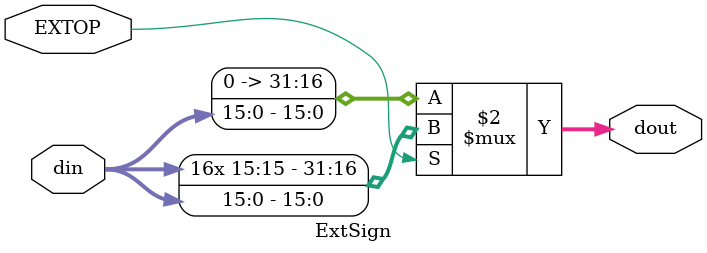
<source format=v>
`timescale 1ns / 1ps

module ExtSign(
    din,
    EXTOP,
    dout
    );
    input [15:0] din;
    input EXTOP;
    output wire [31:0] dout;
    
    assign dout = (EXTOP == 1) ? {{16{din[15]}}, din} : {16'h0000, din};
endmodule
</source>
